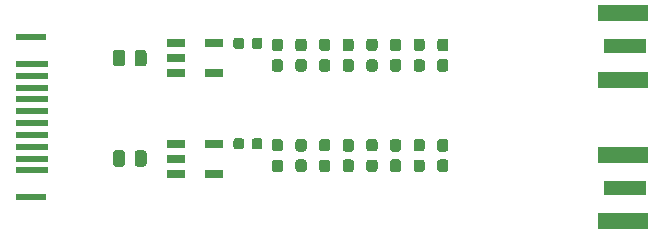
<source format=gbr>
%TF.GenerationSoftware,KiCad,Pcbnew,5.1.10-1.fc33*%
%TF.CreationDate,2021-10-09T21:05:27-05:00*%
%TF.ProjectId,serdes-rf-hdmi,73657264-6573-42d7-9266-2d68646d692e,B*%
%TF.SameCoordinates,Original*%
%TF.FileFunction,Paste,Top*%
%TF.FilePolarity,Positive*%
%FSLAX46Y46*%
G04 Gerber Fmt 4.6, Leading zero omitted, Abs format (unit mm)*
G04 Created by KiCad (PCBNEW 5.1.10-1.fc33) date 2021-10-09 21:05:27*
%MOMM*%
%LPD*%
G01*
G04 APERTURE LIST*
%ADD10R,1.650000X0.760000*%
%ADD11R,3.600000X1.270000*%
%ADD12R,4.200000X1.350000*%
%ADD13R,2.600000X0.600000*%
%ADD14R,2.800000X0.500000*%
G04 APERTURE END LIST*
%TO.C,C11*%
G36*
G01*
X138575000Y-87500000D02*
X138575000Y-87000000D01*
G75*
G02*
X138800000Y-86775000I225000J0D01*
G01*
X139250000Y-86775000D01*
G75*
G02*
X139475000Y-87000000I0J-225000D01*
G01*
X139475000Y-87500000D01*
G75*
G02*
X139250000Y-87725000I-225000J0D01*
G01*
X138800000Y-87725000D01*
G75*
G02*
X138575000Y-87500000I0J225000D01*
G01*
G37*
G36*
G01*
X137025000Y-87500000D02*
X137025000Y-87000000D01*
G75*
G02*
X137250000Y-86775000I225000J0D01*
G01*
X137700000Y-86775000D01*
G75*
G02*
X137925000Y-87000000I0J-225000D01*
G01*
X137925000Y-87500000D01*
G75*
G02*
X137700000Y-87725000I-225000J0D01*
G01*
X137250000Y-87725000D01*
G75*
G02*
X137025000Y-87500000I0J225000D01*
G01*
G37*
%TD*%
%TO.C,C10*%
G36*
G01*
X138575000Y-79000000D02*
X138575000Y-78500000D01*
G75*
G02*
X138800000Y-78275000I225000J0D01*
G01*
X139250000Y-78275000D01*
G75*
G02*
X139475000Y-78500000I0J-225000D01*
G01*
X139475000Y-79000000D01*
G75*
G02*
X139250000Y-79225000I-225000J0D01*
G01*
X138800000Y-79225000D01*
G75*
G02*
X138575000Y-79000000I0J225000D01*
G01*
G37*
G36*
G01*
X137025000Y-79000000D02*
X137025000Y-78500000D01*
G75*
G02*
X137250000Y-78275000I225000J0D01*
G01*
X137700000Y-78275000D01*
G75*
G02*
X137925000Y-78500000I0J-225000D01*
G01*
X137925000Y-79000000D01*
G75*
G02*
X137700000Y-79225000I-225000J0D01*
G01*
X137250000Y-79225000D01*
G75*
G02*
X137025000Y-79000000I0J225000D01*
G01*
G37*
%TD*%
D10*
%TO.C,TR2*%
X135340000Y-87230000D03*
X135340000Y-89770000D03*
X132160000Y-89770000D03*
X132160000Y-88500000D03*
X132160000Y-87230000D03*
%TD*%
%TO.C,TR1*%
X135340000Y-78730000D03*
X135340000Y-81270000D03*
X132160000Y-81270000D03*
X132160000Y-80000000D03*
X132160000Y-78730000D03*
%TD*%
D11*
%TO.C,J2*%
X170200000Y-91000000D03*
D12*
X170000000Y-88175000D03*
X170000000Y-93825000D03*
%TD*%
%TO.C,R4*%
G36*
G01*
X127850000Y-88049998D02*
X127850000Y-88950002D01*
G75*
G02*
X127600002Y-89200000I-249998J0D01*
G01*
X127074998Y-89200000D01*
G75*
G02*
X126825000Y-88950002I0J249998D01*
G01*
X126825000Y-88049998D01*
G75*
G02*
X127074998Y-87800000I249998J0D01*
G01*
X127600002Y-87800000D01*
G75*
G02*
X127850000Y-88049998I0J-249998D01*
G01*
G37*
G36*
G01*
X129675000Y-88049998D02*
X129675000Y-88950002D01*
G75*
G02*
X129425002Y-89200000I-249998J0D01*
G01*
X128899998Y-89200000D01*
G75*
G02*
X128650000Y-88950002I0J249998D01*
G01*
X128650000Y-88049998D01*
G75*
G02*
X128899998Y-87800000I249998J0D01*
G01*
X129425002Y-87800000D01*
G75*
G02*
X129675000Y-88049998I0J-249998D01*
G01*
G37*
%TD*%
%TO.C,R3*%
G36*
G01*
X127850000Y-79549998D02*
X127850000Y-80450002D01*
G75*
G02*
X127600002Y-80700000I-249998J0D01*
G01*
X127074998Y-80700000D01*
G75*
G02*
X126825000Y-80450002I0J249998D01*
G01*
X126825000Y-79549998D01*
G75*
G02*
X127074998Y-79300000I249998J0D01*
G01*
X127600002Y-79300000D01*
G75*
G02*
X127850000Y-79549998I0J-249998D01*
G01*
G37*
G36*
G01*
X129675000Y-79549998D02*
X129675000Y-80450002D01*
G75*
G02*
X129425002Y-80700000I-249998J0D01*
G01*
X128899998Y-80700000D01*
G75*
G02*
X128650000Y-80450002I0J249998D01*
G01*
X128650000Y-79549998D01*
G75*
G02*
X128899998Y-79300000I249998J0D01*
G01*
X129425002Y-79300000D01*
G75*
G02*
X129675000Y-79549998I0J-249998D01*
G01*
G37*
%TD*%
%TO.C,L8*%
G36*
G01*
X152512500Y-88600000D02*
X152987500Y-88600000D01*
G75*
G02*
X153225000Y-88837500I0J-237500D01*
G01*
X153225000Y-89412500D01*
G75*
G02*
X152987500Y-89650000I-237500J0D01*
G01*
X152512500Y-89650000D01*
G75*
G02*
X152275000Y-89412500I0J237500D01*
G01*
X152275000Y-88837500D01*
G75*
G02*
X152512500Y-88600000I237500J0D01*
G01*
G37*
G36*
G01*
X152512500Y-86850000D02*
X152987500Y-86850000D01*
G75*
G02*
X153225000Y-87087500I0J-237500D01*
G01*
X153225000Y-87662500D01*
G75*
G02*
X152987500Y-87900000I-237500J0D01*
G01*
X152512500Y-87900000D01*
G75*
G02*
X152275000Y-87662500I0J237500D01*
G01*
X152275000Y-87087500D01*
G75*
G02*
X152512500Y-86850000I237500J0D01*
G01*
G37*
%TD*%
%TO.C,L7*%
G36*
G01*
X152512500Y-80100000D02*
X152987500Y-80100000D01*
G75*
G02*
X153225000Y-80337500I0J-237500D01*
G01*
X153225000Y-80912500D01*
G75*
G02*
X152987500Y-81150000I-237500J0D01*
G01*
X152512500Y-81150000D01*
G75*
G02*
X152275000Y-80912500I0J237500D01*
G01*
X152275000Y-80337500D01*
G75*
G02*
X152512500Y-80100000I237500J0D01*
G01*
G37*
G36*
G01*
X152512500Y-78350000D02*
X152987500Y-78350000D01*
G75*
G02*
X153225000Y-78587500I0J-237500D01*
G01*
X153225000Y-79162500D01*
G75*
G02*
X152987500Y-79400000I-237500J0D01*
G01*
X152512500Y-79400000D01*
G75*
G02*
X152275000Y-79162500I0J237500D01*
G01*
X152275000Y-78587500D01*
G75*
G02*
X152512500Y-78350000I237500J0D01*
G01*
G37*
%TD*%
%TO.C,L6*%
G36*
G01*
X148512500Y-88600000D02*
X148987500Y-88600000D01*
G75*
G02*
X149225000Y-88837500I0J-237500D01*
G01*
X149225000Y-89412500D01*
G75*
G02*
X148987500Y-89650000I-237500J0D01*
G01*
X148512500Y-89650000D01*
G75*
G02*
X148275000Y-89412500I0J237500D01*
G01*
X148275000Y-88837500D01*
G75*
G02*
X148512500Y-88600000I237500J0D01*
G01*
G37*
G36*
G01*
X148512500Y-86850000D02*
X148987500Y-86850000D01*
G75*
G02*
X149225000Y-87087500I0J-237500D01*
G01*
X149225000Y-87662500D01*
G75*
G02*
X148987500Y-87900000I-237500J0D01*
G01*
X148512500Y-87900000D01*
G75*
G02*
X148275000Y-87662500I0J237500D01*
G01*
X148275000Y-87087500D01*
G75*
G02*
X148512500Y-86850000I237500J0D01*
G01*
G37*
%TD*%
%TO.C,L5*%
G36*
G01*
X148512500Y-80100000D02*
X148987500Y-80100000D01*
G75*
G02*
X149225000Y-80337500I0J-237500D01*
G01*
X149225000Y-80912500D01*
G75*
G02*
X148987500Y-81150000I-237500J0D01*
G01*
X148512500Y-81150000D01*
G75*
G02*
X148275000Y-80912500I0J237500D01*
G01*
X148275000Y-80337500D01*
G75*
G02*
X148512500Y-80100000I237500J0D01*
G01*
G37*
G36*
G01*
X148512500Y-78350000D02*
X148987500Y-78350000D01*
G75*
G02*
X149225000Y-78587500I0J-237500D01*
G01*
X149225000Y-79162500D01*
G75*
G02*
X148987500Y-79400000I-237500J0D01*
G01*
X148512500Y-79400000D01*
G75*
G02*
X148275000Y-79162500I0J237500D01*
G01*
X148275000Y-78587500D01*
G75*
G02*
X148512500Y-78350000I237500J0D01*
G01*
G37*
%TD*%
%TO.C,L4*%
G36*
G01*
X144512500Y-88600000D02*
X144987500Y-88600000D01*
G75*
G02*
X145225000Y-88837500I0J-237500D01*
G01*
X145225000Y-89412500D01*
G75*
G02*
X144987500Y-89650000I-237500J0D01*
G01*
X144512500Y-89650000D01*
G75*
G02*
X144275000Y-89412500I0J237500D01*
G01*
X144275000Y-88837500D01*
G75*
G02*
X144512500Y-88600000I237500J0D01*
G01*
G37*
G36*
G01*
X144512500Y-86850000D02*
X144987500Y-86850000D01*
G75*
G02*
X145225000Y-87087500I0J-237500D01*
G01*
X145225000Y-87662500D01*
G75*
G02*
X144987500Y-87900000I-237500J0D01*
G01*
X144512500Y-87900000D01*
G75*
G02*
X144275000Y-87662500I0J237500D01*
G01*
X144275000Y-87087500D01*
G75*
G02*
X144512500Y-86850000I237500J0D01*
G01*
G37*
%TD*%
%TO.C,L3*%
G36*
G01*
X144512500Y-80100000D02*
X144987500Y-80100000D01*
G75*
G02*
X145225000Y-80337500I0J-237500D01*
G01*
X145225000Y-80912500D01*
G75*
G02*
X144987500Y-81150000I-237500J0D01*
G01*
X144512500Y-81150000D01*
G75*
G02*
X144275000Y-80912500I0J237500D01*
G01*
X144275000Y-80337500D01*
G75*
G02*
X144512500Y-80100000I237500J0D01*
G01*
G37*
G36*
G01*
X144512500Y-78350000D02*
X144987500Y-78350000D01*
G75*
G02*
X145225000Y-78587500I0J-237500D01*
G01*
X145225000Y-79162500D01*
G75*
G02*
X144987500Y-79400000I-237500J0D01*
G01*
X144512500Y-79400000D01*
G75*
G02*
X144275000Y-79162500I0J237500D01*
G01*
X144275000Y-78587500D01*
G75*
G02*
X144512500Y-78350000I237500J0D01*
G01*
G37*
%TD*%
%TO.C,L2*%
G36*
G01*
X140512500Y-88600000D02*
X140987500Y-88600000D01*
G75*
G02*
X141225000Y-88837500I0J-237500D01*
G01*
X141225000Y-89412500D01*
G75*
G02*
X140987500Y-89650000I-237500J0D01*
G01*
X140512500Y-89650000D01*
G75*
G02*
X140275000Y-89412500I0J237500D01*
G01*
X140275000Y-88837500D01*
G75*
G02*
X140512500Y-88600000I237500J0D01*
G01*
G37*
G36*
G01*
X140512500Y-86850000D02*
X140987500Y-86850000D01*
G75*
G02*
X141225000Y-87087500I0J-237500D01*
G01*
X141225000Y-87662500D01*
G75*
G02*
X140987500Y-87900000I-237500J0D01*
G01*
X140512500Y-87900000D01*
G75*
G02*
X140275000Y-87662500I0J237500D01*
G01*
X140275000Y-87087500D01*
G75*
G02*
X140512500Y-86850000I237500J0D01*
G01*
G37*
%TD*%
%TO.C,L1*%
G36*
G01*
X140512500Y-80100000D02*
X140987500Y-80100000D01*
G75*
G02*
X141225000Y-80337500I0J-237500D01*
G01*
X141225000Y-80912500D01*
G75*
G02*
X140987500Y-81150000I-237500J0D01*
G01*
X140512500Y-81150000D01*
G75*
G02*
X140275000Y-80912500I0J237500D01*
G01*
X140275000Y-80337500D01*
G75*
G02*
X140512500Y-80100000I237500J0D01*
G01*
G37*
G36*
G01*
X140512500Y-78350000D02*
X140987500Y-78350000D01*
G75*
G02*
X141225000Y-78587500I0J-237500D01*
G01*
X141225000Y-79162500D01*
G75*
G02*
X140987500Y-79400000I-237500J0D01*
G01*
X140512500Y-79400000D01*
G75*
G02*
X140275000Y-79162500I0J237500D01*
G01*
X140275000Y-78587500D01*
G75*
G02*
X140512500Y-78350000I237500J0D01*
G01*
G37*
%TD*%
%TO.C,C9*%
G36*
G01*
X154512500Y-88575000D02*
X154987500Y-88575000D01*
G75*
G02*
X155225000Y-88812500I0J-237500D01*
G01*
X155225000Y-89412500D01*
G75*
G02*
X154987500Y-89650000I-237500J0D01*
G01*
X154512500Y-89650000D01*
G75*
G02*
X154275000Y-89412500I0J237500D01*
G01*
X154275000Y-88812500D01*
G75*
G02*
X154512500Y-88575000I237500J0D01*
G01*
G37*
G36*
G01*
X154512500Y-86850000D02*
X154987500Y-86850000D01*
G75*
G02*
X155225000Y-87087500I0J-237500D01*
G01*
X155225000Y-87687500D01*
G75*
G02*
X154987500Y-87925000I-237500J0D01*
G01*
X154512500Y-87925000D01*
G75*
G02*
X154275000Y-87687500I0J237500D01*
G01*
X154275000Y-87087500D01*
G75*
G02*
X154512500Y-86850000I237500J0D01*
G01*
G37*
%TD*%
%TO.C,C8*%
G36*
G01*
X154512500Y-80075000D02*
X154987500Y-80075000D01*
G75*
G02*
X155225000Y-80312500I0J-237500D01*
G01*
X155225000Y-80912500D01*
G75*
G02*
X154987500Y-81150000I-237500J0D01*
G01*
X154512500Y-81150000D01*
G75*
G02*
X154275000Y-80912500I0J237500D01*
G01*
X154275000Y-80312500D01*
G75*
G02*
X154512500Y-80075000I237500J0D01*
G01*
G37*
G36*
G01*
X154512500Y-78350000D02*
X154987500Y-78350000D01*
G75*
G02*
X155225000Y-78587500I0J-237500D01*
G01*
X155225000Y-79187500D01*
G75*
G02*
X154987500Y-79425000I-237500J0D01*
G01*
X154512500Y-79425000D01*
G75*
G02*
X154275000Y-79187500I0J237500D01*
G01*
X154275000Y-78587500D01*
G75*
G02*
X154512500Y-78350000I237500J0D01*
G01*
G37*
%TD*%
%TO.C,C7*%
G36*
G01*
X150512500Y-88575000D02*
X150987500Y-88575000D01*
G75*
G02*
X151225000Y-88812500I0J-237500D01*
G01*
X151225000Y-89412500D01*
G75*
G02*
X150987500Y-89650000I-237500J0D01*
G01*
X150512500Y-89650000D01*
G75*
G02*
X150275000Y-89412500I0J237500D01*
G01*
X150275000Y-88812500D01*
G75*
G02*
X150512500Y-88575000I237500J0D01*
G01*
G37*
G36*
G01*
X150512500Y-86850000D02*
X150987500Y-86850000D01*
G75*
G02*
X151225000Y-87087500I0J-237500D01*
G01*
X151225000Y-87687500D01*
G75*
G02*
X150987500Y-87925000I-237500J0D01*
G01*
X150512500Y-87925000D01*
G75*
G02*
X150275000Y-87687500I0J237500D01*
G01*
X150275000Y-87087500D01*
G75*
G02*
X150512500Y-86850000I237500J0D01*
G01*
G37*
%TD*%
%TO.C,C6*%
G36*
G01*
X150512500Y-80075000D02*
X150987500Y-80075000D01*
G75*
G02*
X151225000Y-80312500I0J-237500D01*
G01*
X151225000Y-80912500D01*
G75*
G02*
X150987500Y-81150000I-237500J0D01*
G01*
X150512500Y-81150000D01*
G75*
G02*
X150275000Y-80912500I0J237500D01*
G01*
X150275000Y-80312500D01*
G75*
G02*
X150512500Y-80075000I237500J0D01*
G01*
G37*
G36*
G01*
X150512500Y-78350000D02*
X150987500Y-78350000D01*
G75*
G02*
X151225000Y-78587500I0J-237500D01*
G01*
X151225000Y-79187500D01*
G75*
G02*
X150987500Y-79425000I-237500J0D01*
G01*
X150512500Y-79425000D01*
G75*
G02*
X150275000Y-79187500I0J237500D01*
G01*
X150275000Y-78587500D01*
G75*
G02*
X150512500Y-78350000I237500J0D01*
G01*
G37*
%TD*%
%TO.C,C5*%
G36*
G01*
X146512500Y-88575000D02*
X146987500Y-88575000D01*
G75*
G02*
X147225000Y-88812500I0J-237500D01*
G01*
X147225000Y-89412500D01*
G75*
G02*
X146987500Y-89650000I-237500J0D01*
G01*
X146512500Y-89650000D01*
G75*
G02*
X146275000Y-89412500I0J237500D01*
G01*
X146275000Y-88812500D01*
G75*
G02*
X146512500Y-88575000I237500J0D01*
G01*
G37*
G36*
G01*
X146512500Y-86850000D02*
X146987500Y-86850000D01*
G75*
G02*
X147225000Y-87087500I0J-237500D01*
G01*
X147225000Y-87687500D01*
G75*
G02*
X146987500Y-87925000I-237500J0D01*
G01*
X146512500Y-87925000D01*
G75*
G02*
X146275000Y-87687500I0J237500D01*
G01*
X146275000Y-87087500D01*
G75*
G02*
X146512500Y-86850000I237500J0D01*
G01*
G37*
%TD*%
%TO.C,C4*%
G36*
G01*
X146512500Y-80075000D02*
X146987500Y-80075000D01*
G75*
G02*
X147225000Y-80312500I0J-237500D01*
G01*
X147225000Y-80912500D01*
G75*
G02*
X146987500Y-81150000I-237500J0D01*
G01*
X146512500Y-81150000D01*
G75*
G02*
X146275000Y-80912500I0J237500D01*
G01*
X146275000Y-80312500D01*
G75*
G02*
X146512500Y-80075000I237500J0D01*
G01*
G37*
G36*
G01*
X146512500Y-78350000D02*
X146987500Y-78350000D01*
G75*
G02*
X147225000Y-78587500I0J-237500D01*
G01*
X147225000Y-79187500D01*
G75*
G02*
X146987500Y-79425000I-237500J0D01*
G01*
X146512500Y-79425000D01*
G75*
G02*
X146275000Y-79187500I0J237500D01*
G01*
X146275000Y-78587500D01*
G75*
G02*
X146512500Y-78350000I237500J0D01*
G01*
G37*
%TD*%
%TO.C,C3*%
G36*
G01*
X142512500Y-88575000D02*
X142987500Y-88575000D01*
G75*
G02*
X143225000Y-88812500I0J-237500D01*
G01*
X143225000Y-89412500D01*
G75*
G02*
X142987500Y-89650000I-237500J0D01*
G01*
X142512500Y-89650000D01*
G75*
G02*
X142275000Y-89412500I0J237500D01*
G01*
X142275000Y-88812500D01*
G75*
G02*
X142512500Y-88575000I237500J0D01*
G01*
G37*
G36*
G01*
X142512500Y-86850000D02*
X142987500Y-86850000D01*
G75*
G02*
X143225000Y-87087500I0J-237500D01*
G01*
X143225000Y-87687500D01*
G75*
G02*
X142987500Y-87925000I-237500J0D01*
G01*
X142512500Y-87925000D01*
G75*
G02*
X142275000Y-87687500I0J237500D01*
G01*
X142275000Y-87087500D01*
G75*
G02*
X142512500Y-86850000I237500J0D01*
G01*
G37*
%TD*%
%TO.C,C2*%
G36*
G01*
X142512500Y-80075000D02*
X142987500Y-80075000D01*
G75*
G02*
X143225000Y-80312500I0J-237500D01*
G01*
X143225000Y-80912500D01*
G75*
G02*
X142987500Y-81150000I-237500J0D01*
G01*
X142512500Y-81150000D01*
G75*
G02*
X142275000Y-80912500I0J237500D01*
G01*
X142275000Y-80312500D01*
G75*
G02*
X142512500Y-80075000I237500J0D01*
G01*
G37*
G36*
G01*
X142512500Y-78350000D02*
X142987500Y-78350000D01*
G75*
G02*
X143225000Y-78587500I0J-237500D01*
G01*
X143225000Y-79187500D01*
G75*
G02*
X142987500Y-79425000I-237500J0D01*
G01*
X142512500Y-79425000D01*
G75*
G02*
X142275000Y-79187500I0J237500D01*
G01*
X142275000Y-78587500D01*
G75*
G02*
X142512500Y-78350000I237500J0D01*
G01*
G37*
%TD*%
D11*
%TO.C,J3*%
X170200000Y-79000000D03*
D12*
X170000000Y-76175000D03*
X170000000Y-81825000D03*
%TD*%
D13*
%TO.C,J1*%
X119900000Y-91775000D03*
X119900000Y-78225000D03*
D14*
X120000000Y-89500000D03*
X120000000Y-88500000D03*
X120000000Y-87500000D03*
X120000000Y-86500000D03*
X120000000Y-85500000D03*
X120000000Y-84500000D03*
X120000000Y-83500000D03*
X120000000Y-82500000D03*
X120000000Y-81500000D03*
X120000000Y-80500000D03*
%TD*%
M02*

</source>
